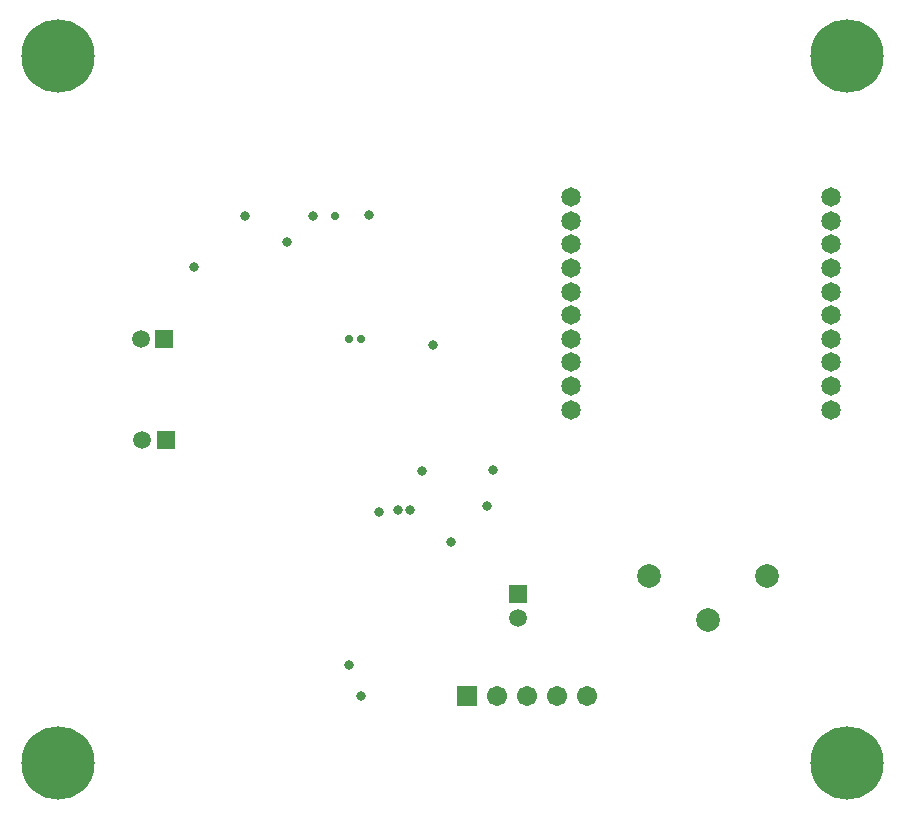
<source format=gbs>
G04*
G04 #@! TF.GenerationSoftware,Altium Limited,Altium Designer,20.0.13 (296)*
G04*
G04 Layer_Color=16711935*
%FSLAX44Y44*%
%MOMM*%
G71*
G01*
G75*
%ADD63C,1.7032*%
%ADD64R,1.7032X1.7032*%
%ADD65C,1.5032*%
%ADD66R,1.5032X1.5032*%
%ADD67C,2.0032*%
%ADD68C,1.6532*%
%ADD69R,1.5032X1.5032*%
%ADD70C,6.2032*%
%ADD71C,0.8032*%
%ADD72C,0.7032*%
D63*
X4768510Y492048D02*
D03*
X4743110D02*
D03*
X4717710D02*
D03*
X4692310D02*
D03*
D64*
X4666909D02*
D03*
D65*
X4710090Y558408D02*
D03*
X4391640Y709218D02*
D03*
X4390370Y794308D02*
D03*
D66*
X4710090Y578408D02*
D03*
D67*
X4820580Y593648D02*
D03*
X4920580D02*
D03*
X4870580Y556648D02*
D03*
D68*
X4754539Y914618D02*
D03*
Y894618D02*
D03*
Y874618D02*
D03*
Y854618D02*
D03*
Y834618D02*
D03*
Y814618D02*
D03*
Y794618D02*
D03*
Y774618D02*
D03*
Y754618D02*
D03*
Y734618D02*
D03*
X4974539D02*
D03*
Y754618D02*
D03*
Y774618D02*
D03*
Y794618D02*
D03*
Y814618D02*
D03*
Y834618D02*
D03*
Y854618D02*
D03*
Y874618D02*
D03*
Y894618D02*
D03*
Y914618D02*
D03*
D69*
X4411640Y709218D02*
D03*
X4410370Y794308D02*
D03*
D70*
X4320540Y435610D02*
D03*
Y1033780D02*
D03*
X4988560Y435610D02*
D03*
Y1033780D02*
D03*
D71*
X4683419Y653338D02*
D03*
X4591980Y648258D02*
D03*
X4608490Y649528D02*
D03*
X4618650D02*
D03*
X4628810Y682548D02*
D03*
X4652939Y622858D02*
D03*
X4688499Y683818D02*
D03*
X4514510Y876858D02*
D03*
X4576740Y492048D02*
D03*
X4566580Y518718D02*
D03*
X4637700Y789228D02*
D03*
X4583735Y899073D02*
D03*
X4536100Y898448D02*
D03*
X4478950D02*
D03*
X4435770Y855268D02*
D03*
D72*
X4576740Y794308D02*
D03*
X4566580D02*
D03*
X4555150Y898448D02*
D03*
M02*

</source>
